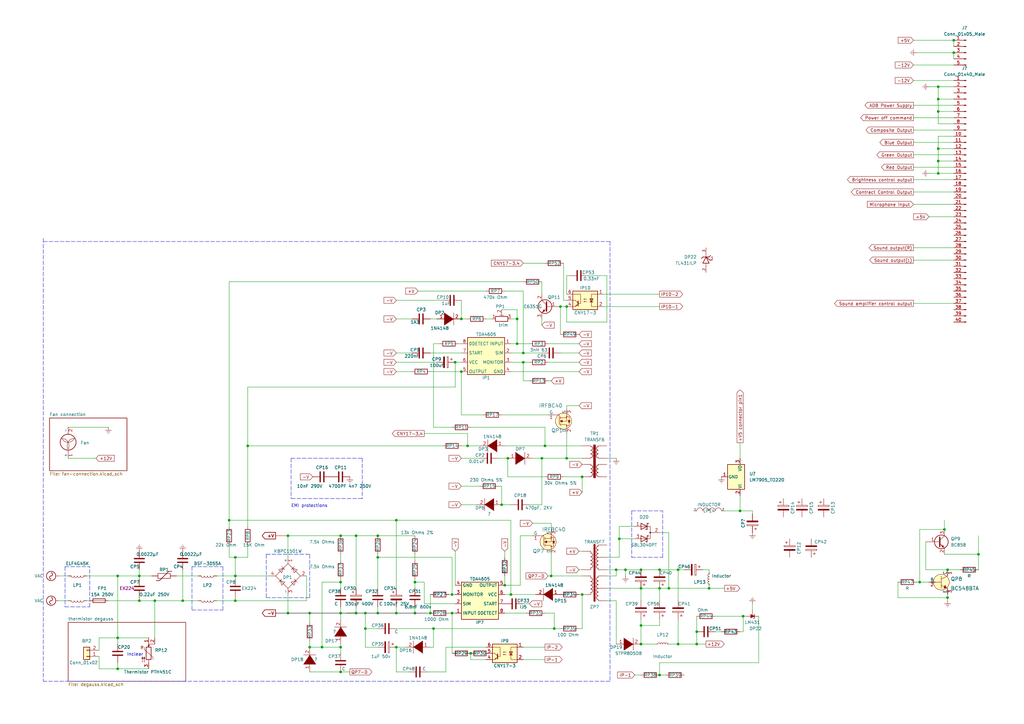
<source format=kicad_sch>
(kicad_sch (version 20211123) (generator eeschema)
  (paper "A3")
  (title_block (title "MAC Color Classic PCBF AB, 820-0360-B") (rev "beta") (company "Ironborn65"))
  (junction (at 162.56 251.46))
  (junction (at 139.7 238.76))
  (junction (at 262.89 256.54))
  (junction (at 139.7 219.71))
  (junction (at 232.41 187.96))
  (junction (at 384.81 40.64))
  (junction (at 270.51 233.68))
  (junction (at 101.6 182.88))
  (junction (at 189.23 152.4))
  (junction (at 185.42 251.46))
  (junction (at 212.09 140.97))
  (junction (at 48.26 236.22))
  (junction (at 177.8 257.81))
  (junction (at 127 265.43))
  (junction (at 274.32 241.3))
  (junction (at 388.62 245.11))
  (junction (at 256.54 233.68))
  (junction (at 214.63 148.59))
  (junction (at 149.86 257.81))
  (junction (at 205.74 207.01))
  (junction (at 176.53 251.46))
  (junction (at 285.75 264.16))
  (junction (at 63.5 246.38))
  (junction (at 139.7 275.59))
  (junction (at 139.7 265.43))
  (junction (at 290.83 241.3))
  (junction (at 254 220.98))
  (junction (at 270.51 241.3))
  (junction (at 285.75 259.08))
  (junction (at 387.35 217.17))
  (junction (at 401.32 227.33))
  (junction (at 48.26 261.62))
  (junction (at 384.81 66.04))
  (junction (at 303.53 209.55))
  (junction (at 226.06 236.22))
  (junction (at 48.26 274.32))
  (junction (at 154.94 228.6))
  (junction (at 96.52 236.22))
  (junction (at 384.81 35.56))
  (junction (at 132.08 265.43))
  (junction (at 189.23 130.81))
  (junction (at 185.42 243.84))
  (junction (at 193.04 267.97))
  (junction (at 270.51 276.86))
  (junction (at 238.76 195.58))
  (junction (at 170.18 238.76))
  (junction (at 186.69 148.59))
  (junction (at 208.28 187.96))
  (junction (at 262.89 241.3))
  (junction (at 118.11 251.46))
  (junction (at 191.77 182.88))
  (junction (at 384.81 45.72))
  (junction (at 74.93 246.38))
  (junction (at 262.89 233.68))
  (junction (at 127 251.46))
  (junction (at 162.56 265.43))
  (junction (at 214.63 144.78))
  (junction (at 146.05 251.46))
  (junction (at 149.86 251.46))
  (junction (at 154.94 219.71))
  (junction (at 93.98 213.36))
  (junction (at 170.18 251.46))
  (junction (at 154.94 251.46))
  (junction (at 118.11 219.71))
  (junction (at 227.33 257.81))
  (junction (at 238.76 243.84))
  (junction (at 209.55 243.84))
  (junction (at 57.15 246.38))
  (junction (at 57.15 236.22))
  (junction (at 278.13 264.16))
  (junction (at 278.13 233.68))
  (junction (at 262.89 264.16))
  (junction (at 162.56 213.36))
  (junction (at 207.01 240.03))
  (junction (at 252.73 233.68))
  (junction (at 377.19 238.76))
  (junction (at 388.62 233.68))
  (junction (at 232.41 125.73))
  (junction (at 96.52 228.6))
  (junction (at 212.09 130.81))
  (junction (at 384.81 71.12))
  (junction (at 223.52 182.88))
  (junction (at 139.7 251.46))
  (junction (at 391.16 21.59))
  (junction (at 391.16 16.51))
  (junction (at 384.81 60.96))
  (junction (at 146.05 219.71))
  (junction (at 229.87 125.73))
  (junction (at 222.25 187.96))
  (junction (at 96.52 246.38))
  (junction (at 304.8 252.73))
  (wire (pts (xy 254 220.98) (xy 254 228.6)))
  (wire (pts (xy 162.56 152.4) (xy 168.91 152.4)))
  (polyline (pts (xy 109.22 227.33) (xy 109.22 245.11)))
  (wire (pts (xy 379.73 222.25) (xy 379.73 233.68)))
  (wire (pts (xy 193.04 267.97) (xy 193.04 270.51)))
  (wire (pts (xy 241.3 113.03) (xy 248.92 113.03)))
  (wire (pts (xy 368.3 238.76) (xy 368.3 245.11)))
  (wire (pts (xy 27.94 187.96) (xy 39.37 187.96)))
  (polyline (pts (xy 259.08 228.6) (xy 271.78 228.6)))
  (wire (pts (xy 101.6 182.88) (xy 181.61 182.88)))
  (wire (pts (xy 262.89 256.54) (xy 262.89 264.16)))
  (wire (pts (xy 381 71.12) (xy 384.81 71.12)))
  (wire (pts (xy 189.23 152.4) (xy 189.23 170.18)))
  (wire (pts (xy 177.8 140.97) (xy 180.34 140.97)))
  (wire (pts (xy 154.94 251.46) (xy 162.56 251.46)) (stroke (width 0) (color 0 0 0 1)))
  (wire (pts (xy 162.56 130.81) (xy 168.91 130.81)))
  (wire (pts (xy 218.44 219.71) (xy 213.36 219.71)))
  (wire (pts (xy 229.87 125.73) (xy 229.87 137.16)))
  (polyline (pts (xy 259.08 209.55) (xy 259.08 228.6)))
  (wire (pts (xy 248.92 187.96) (xy 252.73 187.96)))
  (wire (pts (xy 162.56 148.59) (xy 179.07 148.59)))
  (polyline (pts (xy 271.78 228.6) (xy 271.78 209.55)))
  (polyline (pts (xy 17.78 97.79) (xy 17.78 279.4)))
  (wire (pts (xy 125.73 236.22) (xy 125.73 246.38)))
  (wire (pts (xy 185.42 251.46) (xy 185.42 267.97)))
  (wire (pts (xy 215.9 251.46) (xy 207.01 251.46)))
  (wire (pts (xy 260.35 276.86) (xy 262.89 276.86)))
  (wire (pts (xy 224.79 236.22) (xy 226.06 236.22)))
  (wire (pts (xy 170.18 238.76) (xy 170.18 241.3)))
  (wire (pts (xy 252.73 233.68) (xy 248.92 233.68)))
  (wire (pts (xy 154.94 251.46) (xy 149.86 251.46)) (stroke (width 0) (color 0 0 0 1)))
  (wire (pts (xy 238.76 201.93) (xy 238.76 195.58)))
  (wire (pts (xy 384.81 60.96) (xy 384.81 66.04)))
  (wire (pts (xy 173.99 177.8) (xy 191.77 177.8)))
  (wire (pts (xy 189.23 199.39) (xy 196.85 199.39)))
  (wire (pts (xy 125.73 246.38) (xy 96.52 246.38)))
  (wire (pts (xy 93.98 213.36) (xy 162.56 213.36)))
  (wire (pts (xy 217.17 207.01) (xy 222.25 207.01)))
  (wire (pts (xy 44.45 246.38) (xy 57.15 246.38)))
  (wire (pts (xy 374.65 106.68) (xy 391.16 106.68)))
  (wire (pts (xy 209.55 140.97) (xy 212.09 140.97)))
  (wire (pts (xy 207.01 226.06) (xy 207.01 228.6)))
  (polyline (pts (xy 109.22 227.33) (xy 127 227.33)))
  (wire (pts (xy 384.81 55.88) (xy 384.81 60.96)))
  (wire (pts (xy 176.53 265.43) (xy 177.8 265.43)))
  (wire (pts (xy 262.89 256.54) (xy 262.89 254)))
  (wire (pts (xy 232.41 125.73) (xy 232.41 132.08)))
  (wire (pts (xy 212.09 127) (xy 212.09 130.81)))
  (wire (pts (xy 269.24 264.16) (xy 262.89 264.16)))
  (wire (pts (xy 113.03 219.71) (xy 118.11 219.71)) (stroke (width 0) (color 194 0 0 1)))
  (wire (pts (xy 48.26 236.22) (xy 48.26 261.62)))
  (wire (pts (xy 146.05 248.92) (xy 146.05 251.46)))
  (wire (pts (xy 185.42 251.46) (xy 186.69 251.46)))
  (wire (pts (xy 232.41 113.03) (xy 232.41 120.65)))
  (wire (pts (xy 218.44 214.63) (xy 226.06 214.63)))
  (wire (pts (xy 308.61 210.82) (xy 308.61 209.55)))
  (wire (pts (xy 229.87 125.73) (xy 232.41 125.73)))
  (wire (pts (xy 374.65 68.58) (xy 391.16 68.58)))
  (wire (pts (xy 226.06 236.22) (xy 238.76 236.22)))
  (wire (pts (xy 185.42 243.84) (xy 186.69 243.84)))
  (wire (pts (xy 146.05 219.71) (xy 154.94 219.71)))
  (wire (pts (xy 295.91 259.08) (xy 293.37 259.08)))
  (wire (pts (xy 290.83 240.03) (xy 290.83 241.3)))
  (wire (pts (xy 237.49 226.06) (xy 238.76 226.06)))
  (wire (pts (xy 401.32 227.33) (xy 401.32 233.68)))
  (wire (pts (xy 139.7 275.59) (xy 143.51 275.59)))
  (wire (pts (xy 185.42 228.6) (xy 185.42 243.84)))
  (wire (pts (xy 207.01 236.22) (xy 207.01 240.03)))
  (wire (pts (xy 297.18 209.55) (xy 303.53 209.55)))
  (wire (pts (xy 35.56 236.22) (xy 48.26 236.22)))
  (wire (pts (xy 293.37 252.73) (xy 304.8 252.73)))
  (wire (pts (xy 374.65 63.5) (xy 391.16 63.5)))
  (wire (pts (xy 391.16 55.88) (xy 384.81 55.88)))
  (wire (pts (xy 139.7 238.76) (xy 132.08 238.76)))
  (wire (pts (xy 184.15 251.46) (xy 185.42 251.46)))
  (wire (pts (xy 93.98 223.52) (xy 93.98 228.6)))
  (wire (pts (xy 162.56 213.36) (xy 162.56 241.3)))
  (wire (pts (xy 223.52 195.58) (xy 208.28 195.58)))
  (wire (pts (xy 391.16 21.59) (xy 391.16 24.13)))
  (wire (pts (xy 278.13 254) (xy 278.13 264.16)))
  (wire (pts (xy 139.7 251.46) (xy 146.05 251.46)) (stroke (width 0) (color 0 0 0 1)))
  (wire (pts (xy 232.41 132.08) (xy 248.92 132.08)))
  (wire (pts (xy 232.41 166.37) (xy 237.49 166.37)))
  (wire (pts (xy 391.16 50.8) (xy 384.81 50.8)))
  (polyline (pts (xy 119.38 187.96) (xy 119.38 204.47)))
  (wire (pts (xy 224.79 148.59) (xy 237.49 148.59)))
  (polyline (pts (xy 148.59 187.96) (xy 148.59 204.47)))
  (wire (pts (xy 177.8 257.81) (xy 177.8 265.43)))
  (wire (pts (xy 127 275.59) (xy 139.7 275.59)))
  (wire (pts (xy 248.92 113.03) (xy 248.92 132.08)))
  (wire (pts (xy 139.7 219.71) (xy 146.05 219.71)))
  (wire (pts (xy 127 251.46) (xy 127 255.27)))
  (wire (pts (xy 171.45 119.38) (xy 199.39 119.38)))
  (wire (pts (xy 191.77 177.8) (xy 191.77 182.88)))
  (polyline (pts (xy 26.67 232.41) (xy 26.67 248.92)))
  (wire (pts (xy 191.77 182.88) (xy 196.85 182.88)))
  (wire (pts (xy 48.26 261.62) (xy 48.26 264.16)))
  (wire (pts (xy 154.94 248.92) (xy 154.94 251.46)))
  (wire (pts (xy 377.19 238.76) (xy 377.19 217.17)))
  (wire (pts (xy 384.81 66.04) (xy 391.16 66.04)))
  (wire (pts (xy 214.63 144.78) (xy 222.25 144.78)))
  (wire (pts (xy 176.53 144.78) (xy 189.23 144.78)))
  (wire (pts (xy 207.01 119.38) (xy 214.63 119.38)))
  (polyline (pts (xy 109.22 245.11) (xy 127 245.11)))
  (wire (pts (xy 57.15 236.22) (xy 62.23 236.22)))
  (wire (pts (xy 24.13 246.38) (xy 27.94 246.38)))
  (wire (pts (xy 189.23 123.19) (xy 189.23 130.81)))
  (polyline (pts (xy 17.78 99.06) (xy 250.19 99.06)))
  (wire (pts (xy 231.14 123.19) (xy 232.41 123.19)))
  (wire (pts (xy 176.53 243.84) (xy 176.53 251.46)))
  (wire (pts (xy 379.73 233.68) (xy 388.62 233.68)))
  (wire (pts (xy 212.09 140.97) (xy 217.17 140.97)))
  (wire (pts (xy 262.89 241.3) (xy 262.89 246.38)))
  (wire (pts (xy 186.69 148.59) (xy 186.69 158.75)))
  (wire (pts (xy 177.8 140.97) (xy 177.8 175.26)))
  (wire (pts (xy 127 265.43) (xy 132.08 265.43)))
  (wire (pts (xy 96.52 228.6) (xy 96.52 236.22)))
  (wire (pts (xy 57.15 236.22) (xy 57.15 237.49)))
  (wire (pts (xy 270.51 125.73) (xy 247.65 125.73)))
  (wire (pts (xy 176.53 152.4) (xy 189.23 152.4)))
  (wire (pts (xy 226.06 227.33) (xy 226.06 236.22)))
  (wire (pts (xy 381 35.56) (xy 384.81 35.56)))
  (wire (pts (xy 214.63 107.95) (xy 223.52 107.95)))
  (wire (pts (xy 173.99 247.65) (xy 186.69 247.65)))
  (wire (pts (xy 290.83 241.3) (xy 297.18 241.3)))
  (wire (pts (xy 48.26 261.62) (xy 60.96 261.62)))
  (polyline (pts (xy 148.59 204.47) (xy 119.38 204.47)))
  (wire (pts (xy 205.74 207.01) (xy 209.55 207.01)))
  (wire (pts (xy 217.17 156.21) (xy 214.63 156.21)))
  (wire (pts (xy 40.64 261.62) (xy 48.26 261.62)))
  (wire (pts (xy 118.11 251.46) (xy 113.03 251.46)) (stroke (width 0) (color 0 0 0 1)))
  (wire (pts (xy 213.36 219.71) (xy 213.36 240.03)))
  (wire (pts (xy 384.81 40.64) (xy 384.81 45.72)))
  (wire (pts (xy 387.35 227.33) (xy 401.32 227.33)))
  (wire (pts (xy 374.65 58.42) (xy 391.16 58.42)))
  (wire (pts (xy 139.7 229.87) (xy 139.7 227.33)))
  (wire (pts (xy 270.51 276.86) (xy 273.05 276.86)))
  (wire (pts (xy 88.9 236.22) (xy 96.52 236.22)))
  (wire (pts (xy 162.56 251.46) (xy 170.18 251.46)) (stroke (width 0) (color 0 0 0 1)))
  (wire (pts (xy 270.51 271.78) (xy 270.51 276.86)))
  (wire (pts (xy 252.73 246.38) (xy 252.73 264.16)))
  (wire (pts (xy 57.15 233.68) (xy 57.15 236.22)))
  (wire (pts (xy 199.39 265.43) (xy 182.88 265.43)))
  (wire (pts (xy 177.8 257.81) (xy 227.33 257.81)))
  (wire (pts (xy 139.7 251.46) (xy 139.7 254)))
  (wire (pts (xy 96.52 236.22) (xy 96.52 237.49)))
  (wire (pts (xy 387.35 213.36) (xy 387.35 217.17)))
  (wire (pts (xy 304.8 259.08) (xy 303.53 259.08)))
  (wire (pts (xy 198.12 170.18) (xy 189.23 170.18)))
  (wire (pts (xy 274.32 218.44) (xy 274.32 241.3)))
  (wire (pts (xy 285.75 259.08) (xy 285.75 264.16)))
  (wire (pts (xy 101.6 223.52) (xy 101.6 228.6)))
  (wire (pts (xy 262.89 256.54) (xy 270.51 256.54)))
  (wire (pts (xy 375.92 21.59) (xy 391.16 21.59)))
  (wire (pts (xy 388.62 233.68) (xy 393.7 233.68)))
  (wire (pts (xy 170.18 219.71) (xy 154.94 219.71)))
  (wire (pts (xy 254 215.9) (xy 260.35 215.9)))
  (wire (pts (xy 146.05 251.46) (xy 142.24 251.46)))
  (wire (pts (xy 377.19 217.17) (xy 387.35 217.17)))
  (wire (pts (xy 170.18 227.33) (xy 170.18 229.87)))
  (wire (pts (xy 154.94 228.6) (xy 185.42 228.6)))
  (wire (pts (xy 162.56 265.43) (xy 162.56 275.59)))
  (wire (pts (xy 384.81 40.64) (xy 391.16 40.64)))
  (wire (pts (xy 231.14 195.58) (xy 238.76 195.58)))
  (wire (pts (xy 374.65 101.6) (xy 391.16 101.6)))
  (wire (pts (xy 96.52 236.22) (xy 110.49 236.22)))
  (wire (pts (xy 170.18 251.46) (xy 175.26 251.46)) (stroke (width 0) (color 0 0 0 1)))
  (wire (pts (xy 154.94 227.33) (xy 154.94 228.6)))
  (wire (pts (xy 57.15 246.38) (xy 63.5 246.38)))
  (wire (pts (xy 303.53 203.2) (xy 303.53 209.55)))
  (wire (pts (xy 303.53 181.61) (xy 303.53 187.96)))
  (wire (pts (xy 374.65 78.74) (xy 391.16 78.74)))
  (wire (pts (xy 149.86 251.46) (xy 149.86 257.81)))
  (wire (pts (xy 290.83 233.68) (xy 290.83 234.95)))
  (wire (pts (xy 278.13 233.68) (xy 280.67 233.68)))
  (wire (pts (xy 170.18 248.92) (xy 170.18 251.46)))
  (wire (pts (xy 374.65 43.18) (xy 391.16 43.18)))
  (wire (pts (xy 193.04 175.26) (xy 223.52 175.26)))
  (wire (pts (xy 218.44 187.96) (xy 222.25 187.96)))
  (wire (pts (xy 72.39 236.22) (xy 81.28 236.22)))
  (wire (pts (xy 222.25 120.65) (xy 222.25 115.57)))
  (wire (pts (xy 209.55 243.84) (xy 219.71 243.84)))
  (wire (pts (xy 48.26 274.32) (xy 48.26 271.78)))
  (wire (pts (xy 209.55 144.78) (xy 214.63 144.78)))
  (wire (pts (xy 229.87 144.78) (xy 237.49 144.78)))
  (wire (pts (xy 189.23 182.88) (xy 191.77 182.88)))
  (wire (pts (xy 127 262.89) (xy 127 265.43)))
  (wire (pts (xy 214.63 265.43) (xy 223.52 265.43)))
  (wire (pts (xy 288.29 233.68) (xy 290.83 233.68)))
  (wire (pts (xy 388.62 246.38) (xy 388.62 245.11)))
  (wire (pts (xy 270.51 218.44) (xy 274.32 218.44)))
  (wire (pts (xy 304.8 252.73) (xy 304.8 259.08)))
  (polyline (pts (xy 91.44 250.19) (xy 91.44 232.41)))
  (wire (pts (xy 214.63 148.59) (xy 214.63 156.21)))
  (wire (pts (xy 193.04 270.51) (xy 199.39 270.51)))
  (wire (pts (xy 224.79 140.97) (xy 237.49 140.97)))
  (wire (pts (xy 166.37 265.43) (xy 162.56 265.43)))
  (wire (pts (xy 162.56 213.36) (xy 209.55 213.36)))
  (wire (pts (xy 374.65 53.34) (xy 391.16 53.34)))
  (wire (pts (xy 308.61 247.65) (xy 308.61 250.19)))
  (wire (pts (xy 118.11 219.71) (xy 118.11 228.6)))
  (wire (pts (xy 233.68 113.03) (xy 232.41 113.03)))
  (wire (pts (xy 237.49 243.84) (xy 238.76 243.84)))
  (wire (pts (xy 374.65 33.02) (xy 391.16 33.02)))
  (polyline (pts (xy 78.74 250.19) (xy 91.44 250.19)))
  (wire (pts (xy 270.51 241.3) (xy 270.51 246.38)))
  (wire (pts (xy 375.92 238.76) (xy 377.19 238.76)))
  (wire (pts (xy 149.86 257.81) (xy 149.86 265.43)))
  (wire (pts (xy 252.73 236.22) (xy 248.92 236.22)))
  (wire (pts (xy 101.6 158.75) (xy 186.69 158.75)))
  (wire (pts (xy 401.32 219.71) (xy 401.32 227.33)))
  (polyline (pts (xy 250.19 279.4) (xy 17.78 279.4)))
  (wire (pts (xy 254 220.98) (xy 260.35 220.98)))
  (wire (pts (xy 74.93 246.38) (xy 81.28 246.38)))
  (wire (pts (xy 252.73 233.68) (xy 256.54 233.68)))
  (wire (pts (xy 252.73 246.38) (xy 248.92 246.38)))
  (wire (pts (xy 224.79 156.21) (xy 226.06 156.21)))
  (wire (pts (xy 391.16 60.96) (xy 384.81 60.96)))
  (wire (pts (xy 205.74 199.39) (xy 205.74 207.01)))
  (wire (pts (xy 374.65 48.26) (xy 391.16 48.26)))
  (wire (pts (xy 274.32 264.16) (xy 278.13 264.16)))
  (wire (pts (xy 101.6 158.75) (xy 101.6 182.88)))
  (wire (pts (xy 231.14 107.95) (xy 231.14 123.19)))
  (wire (pts (xy 212.09 130.81) (xy 212.09 140.97)))
  (wire (pts (xy 381 88.9) (xy 391.16 88.9)))
  (wire (pts (xy 205.74 170.18) (xy 224.79 170.18)))
  (wire (pts (xy 93.98 228.6) (xy 96.52 228.6)))
  (wire (pts (xy 57.15 245.11) (xy 57.15 246.38)))
  (wire (pts (xy 93.98 115.57) (xy 214.63 115.57)))
  (polyline (pts (xy 36.83 248.92) (xy 36.83 232.41)))
  (wire (pts (xy 303.53 209.55) (xy 308.61 209.55)))
  (wire (pts (xy 118.11 219.71) (xy 139.7 219.71)))
  (wire (pts (xy 374.65 26.67) (xy 391.16 26.67)))
  (wire (pts (xy 262.89 233.68) (xy 270.51 233.68)))
  (wire (pts (xy 118.11 251.46) (xy 127 251.46)) (stroke (width 0) (color 0 0 0 1)))
  (wire (pts (xy 170.18 238.76) (xy 173.99 238.76)))
  (wire (pts (xy 374.65 83.82) (xy 391.16 83.82)))
  (wire (pts (xy 214.63 247.65) (xy 217.17 247.65)))
  (wire (pts (xy 214.63 270.51) (xy 223.52 270.51)))
  (wire (pts (xy 391.16 71.12) (xy 384.81 71.12)))
  (wire (pts (xy 285.75 264.16) (xy 289.56 264.16)))
  (wire (pts (xy 256.54 236.22) (xy 256.54 233.68)))
  (wire (pts (xy 227.33 257.81) (xy 229.87 257.81)))
  (wire (pts (xy 207.01 243.84) (xy 209.55 243.84)))
  (wire (pts (xy 214.63 148.59) (xy 209.55 148.59)))
  (wire (pts (xy 391.16 45.72) (xy 384.81 45.72)))
  (wire (pts (xy 132.08 265.43) (xy 139.7 265.43)))
  (wire (pts (xy 139.7 248.92) (xy 139.7 251.46)))
  (wire (pts (xy 232.41 177.8) (xy 232.41 187.96)))
  (wire (pts (xy 139.7 267.97) (xy 139.7 265.43)))
  (wire (pts (xy 146.05 241.3) (xy 146.05 219.71)))
  (wire (pts (xy 93.98 115.57) (xy 93.98 213.36)))
  (wire (pts (xy 214.63 144.78) (xy 214.63 119.38)))
  (wire (pts (xy 222.25 130.81) (xy 222.25 133.35)))
  (wire (pts (xy 63.5 246.38) (xy 74.93 246.38)))
  (wire (pts (xy 311.15 252.73) (xy 311.15 271.78)))
  (wire (pts (xy 167.64 275.59) (xy 162.56 275.59)))
  (wire (pts (xy 189.23 187.96) (xy 196.85 187.96)))
  (wire (pts (xy 304.8 252.73) (xy 306.07 252.73)))
  (wire (pts (xy 154.94 265.43) (xy 149.86 265.43)))
  (wire (pts (xy 262.89 241.3) (xy 270.51 241.3)))
  (wire (pts (xy 189.23 130.81) (xy 191.77 130.81)))
  (wire (pts (xy 270.51 256.54) (xy 270.51 254)))
  (wire (pts (xy 186.69 148.59) (xy 189.23 148.59)))
  (wire (pts (xy 237.49 233.68) (xy 238.76 233.68)))
  (wire (pts (xy 40.64 269.24) (xy 40.64 274.32)))
  (wire (pts (xy 256.54 233.68) (xy 262.89 233.68)))
  (wire (pts (xy 146.05 251.46) (xy 149.86 251.46)) (stroke (width 0) (color 0 0 0 1)))
  (wire (pts (xy 24.13 236.22) (xy 27.94 236.22)))
  (wire (pts (xy 88.9 246.38) (xy 96.52 246.38)))
  (wire (pts (xy 209.55 213.36) (xy 209.55 243.84)))
  (wire (pts (xy 208.28 195.58) (xy 208.28 187.96)))
  (wire (pts (xy 40.64 274.32) (xy 48.26 274.32)))
  (wire (pts (xy 254 215.9) (xy 254 220.98)))
  (wire (pts (xy 182.88 265.43) (xy 182.88 275.59)))
  (wire (pts (xy 285.75 252.73) (xy 285.75 259.08)))
  (wire (pts (xy 186.69 226.06) (xy 186.69 240.03)))
  (wire (pts (xy 132.08 238.76) (xy 132.08 265.43)))
  (wire (pts (xy 204.47 199.39) (xy 205.74 199.39)))
  (wire (pts (xy 209.55 152.4) (xy 237.49 152.4)))
  (wire (pts (xy 238.76 243.84) (xy 238.76 257.81)))
  (wire (pts (xy 127 251.46) (xy 139.7 251.46)) (stroke (width 0) (color 0 0 0 1)))
  (polyline (pts (xy 119.38 187.96) (xy 148.59 187.96)))
  (wire (pts (xy 175.26 275.59) (xy 182.88 275.59)))
  (wire (pts (xy 223.52 182.88) (xy 238.76 182.88)))
  (wire (pts (xy 162.56 123.19) (xy 181.61 123.19)))
  (polyline (pts (xy 78.74 232.41) (xy 91.44 232.41)))
  (wire (pts (xy 227.33 251.46) (xy 223.52 251.46)))
  (wire (pts (xy 384.81 35.56) (xy 384.81 40.64)))
  (wire (pts (xy 212.09 130.81) (xy 209.55 130.81)))
  (polyline (pts (xy 127 245.11) (xy 127 227.33)))
  (wire (pts (xy 176.53 130.81) (xy 179.07 130.81)))
  (wire (pts (xy 278.13 264.16) (xy 285.75 264.16)))
  (wire (pts (xy 391.16 16.51) (xy 391.16 19.05)))
  (wire (pts (xy 388.62 245.11) (xy 388.62 243.84)))
  (wire (pts (xy 176.53 251.46) (xy 175.26 251.46)))
  (wire (pts (xy 222.25 187.96) (xy 222.25 207.01)))
  (polyline (pts (xy 26.67 232.41) (xy 36.83 232.41)))
  (wire (pts (xy 96.52 228.6) (xy 101.6 228.6)))
  (wire (pts (xy 237.49 257.81) (xy 238.76 257.81)))
  (wire (pts (xy 139.7 264.16) (xy 139.7 265.43)))
  (wire (pts (xy 177.8 175.26) (xy 185.42 175.26)))
  (wire (pts (xy 270.51 233.68) (xy 278.13 233.68)))
  (wire (pts (xy 374.65 124.46) (xy 391.16 124.46)))
  (wire (pts (xy 101.6 182.88) (xy 101.6 215.9)))
  (wire (pts (xy 248.92 228.6) (xy 254 228.6)))
  (wire (pts (xy 48.26 274.32) (xy 60.96 274.32)))
  (wire (pts (xy 205.74 127) (xy 212.09 127)))
  (wire (pts (xy 96.52 245.11) (xy 96.52 246.38)))
  (wire (pts (xy 384.81 45.72) (xy 384.81 50.8)))
  (wire (pts (xy 63.5 246.38) (xy 63.5 261.62)))
  (polyline (pts (xy 259.08 209.55) (xy 271.78 209.55)))
  (wire (pts (xy 162.56 144.78) (xy 168.91 144.78)))
  (wire (pts (xy 154.94 228.6) (xy 154.94 241.3)))
  (wire (pts (xy 184.15 243.84) (xy 185.42 243.84)))
  (wire (pts (xy 232.41 167.64) (xy 232.41 166.37)))
  (wire (pts (xy 248.92 241.3) (xy 262.89 241.3)))
  (wire (pts (xy 377.19 238.76) (xy 381 238.76)))
  (wire (pts (xy 227.33 251.46) (xy 227.33 257.81)))
  (wire (pts (xy 139.7 237.49) (xy 139.7 238.76)))
  (wire (pts (xy 274.32 241.3) (xy 290.83 241.3)))
  (wire (pts (xy 170.18 237.49) (xy 170.18 238.76)))
  (polyline (pts (xy 78.74 232.41) (xy 78.74 250.19)))
  (wire (pts (xy 374.65 16.51) (xy 391.16 16.51)))
  (wire (pts (xy 252.73 233.68) (xy 252.73 236.22)))
  (wire (pts (xy 223.52 175.26) (xy 223.52 182.88)))
  (wire (pts (xy 154.94 257.81) (xy 149.86 257.81)))
  (wire (pts (xy 368.3 245.11) (xy 388.62 245.11)))
  (wire (pts (xy 189.23 207.01) (xy 195.58 207.01)))
  (polyline (pts (xy 250.19 99.06) (xy 250.19 279.4)))
  (wire (pts (xy 374.65 73.66) (xy 391.16 73.66)))
  (wire (pts (xy 139.7 241.3) (xy 139.7 238.76)))
  (wire (pts (xy 187.96 140.97) (xy 189.23 140.97)))
  (wire (pts (xy 93.98 215.9) (xy 93.98 213.36)))
  (wire (pts (xy 270.51 241.3) (xy 274.32 241.3)))
  (wire (pts (xy 48.26 236.22) (xy 57.15 236.22)))
  (wire (pts (xy 200.66 267.97) (xy 199.39 267.97)))
  (wire (pts (xy 74.93 233.68) (xy 74.93 246.38)))
  (wire (pts (xy 35.56 246.38) (xy 36.83 246.38)))
  (wire (pts (xy 311.15 271.78) (xy 270.51 271.78)))
  (wire (pts (xy 40.64 266.7) (xy 40.64 261.62)))
  (wire (pts (xy 162.56 257.81) (xy 177.8 257.81)))
  (wire (pts (xy 173.99 247.65) (xy 173.99 238.76)))
  (wire (pts (xy 217.17 148.59) (xy 214.63 148.59)))
  (wire (pts (xy 391.16 35.56) (xy 384.81 35.56)))
  (wire (pts (xy 162.56 248.92) (xy 162.56 251.46)))
  (wire (pts (xy 204.47 187.96) (xy 208.28 187.96)))
  (wire (pts (xy 207.01 182.88) (xy 223.52 182.88)))
  (wire (pts (xy 270.51 120.65) (xy 247.65 120.65)))
  (wire (pts (xy 27.94 175.26) (xy 44.45 175.26)))
  (wire (pts (xy 222.25 187.96) (xy 232.41 187.96)))
  (wire (pts (xy 278.13 246.38) (xy 278.13 233.68)))
  (wire (pts (xy 118.11 243.84) (xy 118.11 251.46)))
  (wire (pts (xy 207.01 240.03) (xy 213.36 240.03)))
  (wire (pts (xy 384.81 66.04) (xy 384.81 71.12)))
  (wire (pts (xy 199.39 130.81) (xy 201.93 130.81)))
  (wire (pts (xy 226.06 214.63) (xy 226.06 217.17)))
  (wire (pts (xy 232.41 187.96) (xy 238.76 187.96)))
  (polyline (pts (xy 26.67 248.92) (xy 36.83 248.92)))
  (text "Inclear" (at 52.07 269.24 0) (effects (font (size 1.27 1.27)) (justify left bottom)))
  (text "EMI protections" (at 119.38 208.28 0) (effects (font (size 1.27 1.27)) (justify left bottom)))
  (global_label "-V" (shape input) (at 162.56 152.4 180) (property "Intersheet References" "${INTERSHEET_REFS}" (effects hide)))
  (global_label "-V" (shape input) (at 162.56 123.19 180) (property "Intersheet References" "${INTERSHEET_REFS}" (effects hide)))
  (global_label "ADB Power Supply" (shape output) (at 374.65 43.18 180) (property "Intersheet References" "${INTERSHEET_REFS}" (effects hide)))
  (global_label "+V" (shape input) (at 237.49 226.06 180) (property "Intersheet References" "${INTERSHEET_REFS}" (effects hide)))
  (global_label "IP-1" (shape output) (at 223.52 270.51 0) (property "Intersheet References" "${INTERSHEET_REFS}" (effects hide)))
  (global_label "Blue Output" (shape output) (at 374.65 58.42 180) (property "Intersheet References" "${INTERSHEET_REFS}" (effects hide)))
  (global_label "QP7-D" (shape input) (at 224.79 236.22 180) (property "Intersheet References" "${INTERSHEET_REFS}" (effects hide)))
  (global_label "IP-2" (shape output) (at 223.52 265.43 0) (property "Intersheet References" "${INTERSHEET_REFS}" (effects hide)))
  (global_label "QP7-D" (shape output) (at 143.51 275.59 0) (property "Intersheet References" "${INTERSHEET_REFS}" (effects hide)))
  (global_label "-V" (shape input) (at 162.56 144.78 180) (property "Intersheet References" "${INTERSHEET_REFS}" (effects hide)))
  (global_label "+V" (shape input) (at 171.45 119.38 180) (property "Intersheet References" "${INTERSHEET_REFS}" (effects hide)))
  (global_label "+12V" (shape output) (at 289.56 264.16 0) (property "Intersheet References" "${INTERSHEET_REFS}" (effects hide)))
  (global_label "-V" (shape input) (at 186.69 226.06 90) (property "Intersheet References" "${INTERSHEET_REFS}" (effects hide)))
  (global_label "Sound output(L)" (shape output) (at 374.65 106.68 180) (property "Intersheet References" "${INTERSHEET_REFS}" (effects hide)))
  (global_label "Power off command" (shape output) (at 374.65 48.26 180) (property "Intersheet References" "${INTERSHEET_REFS}" (effects hide)))
  (global_label "-V" (shape input) (at 237.49 166.37 0) (property "Intersheet References" "${INTERSHEET_REFS}" (effects hide)))
  (global_label "-V" (shape input) (at 218.44 214.63 180) (property "Intersheet References" "${INTERSHEET_REFS}" (effects hide)))
  (global_label "-V" (shape input) (at 207.01 226.06 90) (property "Intersheet References" "${INTERSHEET_REFS}" (effects hide)))
  (global_label "Composite Output" (shape output) (at 374.65 53.34 180) (property "Intersheet References" "${INTERSHEET_REFS}" (effects hide)))
  (global_label "CNY17-3.4" (shape output) (at 173.99 177.8 180) (property "Intersheet References" "${INTERSHEET_REFS}" (effects hide)))
  (global_label "-V" (shape output) (at 113.03 251.46 180) (effects (font (thickness 0.254) bold)) (property "Intersheet References" "${INTERSHEET_REFS}" (effects hide)))
  (global_label "IP-1" (shape input) (at 260.35 276.86 180) (property "Intersheet References" "${INTERSHEET_REFS}" (effects hide)))
  (global_label "-V" (shape input) (at 222.25 133.35 0) (property "Intersheet References" "${INTERSHEET_REFS}" (effects hide)))
  (global_label "-V" (shape input) (at 189.23 207.01 180) (property "Intersheet References" "${INTERSHEET_REFS}" (effects hide)))
  (global_label "Brightness control output" (shape output) (at 374.65 73.66 180) (property "Intersheet References" "${INTERSHEET_REFS}" (effects hide)))
  (global_label "+V" (shape input) (at 226.06 156.21 0) (property "Intersheet References" "${INTERSHEET_REFS}" (effects hide)))
  (global_label "-V" (shape input) (at 162.56 130.81 180) (property "Intersheet References" "${INTERSHEET_REFS}" (effects hide)))
  (global_label "Microphone input" (shape input) (at 374.65 83.82 180) (property "Intersheet References" "${INTERSHEET_REFS}" (effects hide)))
  (global_label "+5V" (shape output) (at 297.18 241.3 0) (property "Intersheet References" "${INTERSHEET_REFS}" (effects hide)))
  (global_label "CNY17-3.4" (shape input) (at 214.63 107.95 180) (property "Intersheet References" "${INTERSHEET_REFS}" (effects hide)))
  (global_label "-V" (shape input) (at 238.76 190.5 180) (property "Intersheet References" "${INTERSHEET_REFS}" (effects hide)))
  (global_label "Sound amplifier control output" (shape output) (at 374.65 124.46 180) (property "Intersheet References" "${INTERSHEET_REFS}" (effects hide)))
  (global_label "-V" (shape input) (at 237.49 233.68 180) (property "Intersheet References" "${INTERSHEET_REFS}" (effects hide)))
  (global_label "-V" (shape input) (at 128.27 195.58 180) (property "Intersheet References" "${INTERSHEET_REFS}" (effects hide)))
  (global_label "-V" (shape input) (at 217.17 247.65 0) (property "Intersheet References" "${INTERSHEET_REFS}" (effects hide)))
  (global_label "+V5 connector pin1" (shape output) (at 303.53 181.61 90) (property "Intersheet References" "${INTERSHEET_REFS}" (effects hide)))
  (global_label "Green Output" (shape output) (at 374.65 63.5 180) (property "Intersheet References" "${INTERSHEET_REFS}" (effects hide)))
  (global_label "IP10-1" (shape output) (at 270.51 125.73 0) (property "Intersheet References" "${INTERSHEET_REFS}" (effects hide)))
  (global_label "+12V" (shape input) (at 39.37 187.96 0) (property "Intersheet References" "${INTERSHEET_REFS}" (effects hide)))
  (global_label "-V" (shape input) (at 237.49 152.4 0) (property "Intersheet References" "${INTERSHEET_REFS}" (effects hide)))
  (global_label "Contract Control Output" (shape output) (at 374.65 78.74 180) (property "Intersheet References" "${INTERSHEET_REFS}" (effects hide)))
  (global_label "+5V" (shape input) (at 381 88.9 180) (property "Intersheet References" "${INTERSHEET_REFS}" (effects hide)))
  (global_label "+V" (shape input) (at 238.76 201.93 180) (property "Intersheet References" "${INTERSHEET_REFS}" (effects hide)))
  (global_label "-V" (shape input) (at 237.49 137.16 0) (property "Intersheet References" "${INTERSHEET_REFS}" (effects hide)))
  (global_label "+V" (shape output) (at 113.03 219.71 180) (effects (font (thickness 0.254) bold)) (property "Intersheet References" "${INTERSHEET_REFS}" (effects hide)))
  (global_label "Red Output" (shape output) (at 374.65 68.58 180) (property "Intersheet References" "${INTERSHEET_REFS}" (effects hide)))
  (global_label "-V" (shape input) (at 189.23 187.96 180) (property "Intersheet References" "${INTERSHEET_REFS}" (effects hide)))
  (global_label "-V" (shape input) (at 237.49 148.59 0) (property "Intersheet References" "${INTERSHEET_REFS}" (effects hide)))
  (global_label "-V" (shape input) (at 237.49 144.78 0) (property "Intersheet References" "${INTERSHEET_REFS}" (effects hide)))
  (global_label "IP10-2" (shape output) (at 270.51 120.65 0) (property "Intersheet References" "${INTERSHEET_REFS}" (effects hide)))
  (global_label "-12V" (shape input) (at 374.65 33.02 180) (property "Intersheet References" "${INTERSHEET_REFS}" (effects hide)))
  (global_label "-V" (shape input) (at 237.49 140.97 0) (property "Intersheet References" "${INTERSHEET_REFS}" (effects hide)))
  (global_label "-V" (shape input) (at 189.23 199.39 180) (property "Intersheet References" "${INTERSHEET_REFS}" (effects hide)))
  (global_label "-12V" (shape input) (at 374.65 26.67 180) (property "Intersheet References" "${INTERSHEET_REFS}" (effects hide)))
  (global_label "Sound output(R)" (shape output) (at 374.65 101.6 180) (property "Intersheet References" "${INTERSHEET_REFS}" (effects hide)))
  (global_label "+5V" (shape input) (at 374.65 16.51 180) (property "Intersheet References" "${INTERSHEET_REFS}" (effects hide)))
  (global_label "-V" (shape input) (at 162.56 148.59 180) (property "Intersheet References" "${INTERSHEET_REFS}" (effects hide)))
  (symbol (lib_id "power:Earth") (at 74.93 226.06 180) (unit 1)
    (property "Reference" "#PWR0105" (effects hide))
    (property "Value" "Earth" (effects hide))
  )
  (symbol (lib_id "Device:R") (at 233.68 257.81 90) (unit 1)
    (property "Reference" "RP35" (at 236.22 257.81 90) (effects (justify left)))
    (property "Value" "100 Ohm" (at 237.49 260.35 90) (effects (justify left)))
  )
  (symbol (lib_id "Device:C") (at 172.72 144.78 270) (unit 1)
    (property "Reference" "CP1" (at 170.18 143.51 90))
    (property "Value" "220nF" (at 168.91 146.05 90))
    (property "Field4" "IJ5" (effects hide))
  )
  (symbol (lib_id "Device:C_Polarized") (at 328.93 208.28 0) (unit 1)
    (property "Reference" "CP15" (at 332.74 208.28 90))
    (property "Value" "C_Polarized" (effects hide))
  )
  (symbol (lib_id "Device:R") (at 220.98 156.21 270) (unit 1)
    (property "Reference" "RP13" (at 220.98 156.21 90))
    (property "Value" "R" (effects hide))
  )
  (symbol (lib_id "Device:R") (at 203.2 119.38 90) (unit 1)
    (property "Reference" "RP7" (at 203.2 119.38 90))
    (property "Value" "470k Ohm" (at 203.2 121.92 90))
  )
  (symbol (lib_id "power:Earth") (at 381 71.12 270) (unit 1)
    (property "Reference" "#PWR?" (effects hide))
    (property "Value" "Earth" (effects hide))
  )
  (symbol (lib_id "Device:Fuse") (at 40.64 246.38 90) (unit 1)
    (property "Reference" "FP1" (at 41.91 241.3 90))
    (property "Value" "15A 250V" (at 41.91 243.84 90))
  )
  (symbol (lib_id "power:Earth") (at 388.62 246.38 0) (unit 1)
    (property "Reference" "#PWR?" (effects hide))
    (property "Value" "Earth" (effects hide))
  )
  (symbol (lib_id "power:Earth") (at 381 35.56 270) (unit 1)
    (property "Reference" "#PWR?" (effects hide))
    (property "Value" "Earth" (effects hide))
  )
  (symbol (lib_id "Transistor_BJT:BC858") (at 384.81 222.25 0) (unit 1)
    (property "Reference" "QP9" (at 389.89 220.9799 0) (effects (justify left)))
    (property "Value" "BC858" (at 389.89 223.5199 0) (effects (justify left)))
    (property "Footprint" "Package_TO_SOT_SMD:SOT-23" (effects hide))
    (property "Datasheet" "https://www.onsemi.com/pub/Collateral/BC860-D.pdf" (effects hide))
  )
  (symbol (lib_id "Device:C") (at 139.7 195.58 90) (unit 1)
    (property "Reference" "CP11" (at 139.7 191.77 90))
    (property "Value" "4700PF 4n7 250V" (at 143.51 199.39 90))
  )
  (symbol (lib_id "Device:C") (at 96.52 241.3 0) (unit 1)
    (property "Reference" "CP8" (at 92.71 238.76 0) (effects (justify left)))
    (property "Value" "EX224" (at 99.06 241.3 0) (effects (justify left)))
  )
  (symbol (lib_id "Device:R") (at 195.58 130.81 90) (unit 1)
    (property "Reference" "RP6" (at 195.58 130.81 90))
    (property "Value" "R" (effects hide))
  )
  (symbol (lib_id "Device:C_Polarized") (at 162.56 245.11 0) (unit 1)
    (property "Reference" "CP34" (at 160.02 241.3 0))
    (property "Value" "100uF 25V" (at 162.56 247.65 0))
    (property "Note" "100uF 25V Polarized" (effects hide))
  )
  (symbol (lib_id "Device:R") (at 397.51 233.68 90) (unit 1)
    (property "Reference" "RP45" (at 397.51 233.68 90))
    (property "Value" "R" (at 397.51 236.22 90))
  )
  (symbol (lib_id "pspice:DIODE") (at 224.79 243.84 180) (unit 1)
    (property "Reference" "DP15" (at 229.87 246.38 0))
    (property "Value" "1N4148" (at 227.33 240.03 0))
    (property "Notes" "1N4148 2D" (effects hide))
  )
  (symbol (lib_id "Device:C") (at 74.93 229.87 0) (unit 1)
    (property "Reference" "CP4" (at 71.12 232.41 0) (effects (justify left)))
    (property "Value" "0.0022µF" (at 73.66 227.33 0) (effects (justify left)))
  )
  (symbol (lib_id "Device:R") (at 220.98 148.59 90) (unit 1)
    (property "Reference" "RP2" (at 220.98 148.59 90))
    (property "Value" "R" (effects hide))
  )
  (symbol (lib_id "Device:C") (at 226.06 144.78 270) (unit 1)
    (property "Reference" "CP6" (at 222.25 146.05 90))
    (property "Value" "3nH 63" (at 220.98 143.51 90))
  )
  (symbol (lib_id "Motor:Fan") (at 27.94 180.34 180) (unit 1)
    (property "Reference" "M?" (effects hide))
    (property "Value" "Fan" (at 33.02 181.6099 0) (effects (justify right)))
  )
  (symbol (lib_id "pspice:DIODE") (at 200.66 207.01 180) (unit 1)
    (property "Reference" "DP6" (at 196.85 208.28 0))
    (property "Value" "?" (at 200.66 210.82 0))
  )
  (symbol (lib_id "pspice:DIODE") (at 201.93 182.88 180) (unit 1)
    (property "Reference" "DP3" (at 198.12 184.15 0))
    (property "Value" "1N4148" (at 201.93 179.07 0))
    (property "Note" "1N4148 2D" (effects hide))
  )
  (symbol (lib_id "Reference_Voltage:CJ432") (at 308.61 252.73 0) (unit 1)
    (property "Reference" "DP22" (at 309.88 257.81 0))
    (property "Value" "LM431" (at 308.61 255.27 0))
    (property "Footprint" "Package_TO_SOT_SMD:SOT-23" (effects hide))
    (property "Datasheet" "http://www.cj-elec.com/txUpfile/20134181474991806.pdf" (effects hide))
  )
  (symbol (lib_id "Device:C") (at 57.15 229.87 0) (unit 1)
    (property "Reference" "CP5" (at 53.34 232.41 0) (effects (justify left)))
    (property "Value" "0.0022µF" (at 55.88 227.33 0) (effects (justify left)))
  )
  (symbol (lib_id "pspice:INDUCTOR") (at 290.83 209.55 0) (unit 1)
    (property "Reference" "LP14" (at 290.83 209.55 0))
    (property "Value" "INDUCTOR" (at 290.83 207.01 0))
  )
  (symbol (lib_id "Device:R") (at 93.98 219.71 0) (unit 1)
    (property "Reference" "RP23" (at 93.98 219.71 90))
    (property "Value" "22k Ohm" (at 92.71 223.52 0))
  )
  (symbol (lib_id "Device:R") (at 196.85 267.97 90) (unit 1)
    (property "Reference" "RP30" (at 199.39 267.97 90) (effects (justify left)))
    (property "Value" "R" (effects hide))
  )
  (symbol (lib_id "power:Earth") (at 256.54 236.22 0) (unit 1)
    (property "Reference" "#PWR?" (effects hide))
    (property "Value" "Earth" (effects hide))
  )
  (symbol (lib_id "Device:R") (at 220.98 140.97 90) (unit 1)
    (property "Reference" "RP3" (at 220.98 140.97 90))
    (property "Value" "R" (effects hide))
  )
  (symbol (lib_id "Device:C") (at 171.45 275.59 90) (unit 1)
    (property "Reference" "CP48" (at 167.64 274.32 90))
    (property "Value" "C" (at 173.99 274.32 90))
  )
  (symbol (lib_id "Device:R") (at 201.93 170.18 90) (unit 1)
    (property "Reference" "RP17" (at 201.93 170.18 90))
    (property "Value" "R" (effects hide))
  )
  (symbol (lib_id "Device:R_Potentiometer_Trim") (at 205.74 130.81 90) (unit 1)
    (property "Reference" "PP1" (at 203.2 125.73 90) (effects (justify right)))
    (property "Value" "trim" (at 204.47 133.35 90) (effects (justify right)))
  )
  (symbol (lib_id "Classic-AB-MacCC:IRFBC40") (at 226.06 222.25 0) (mirror x) (unit 1)
    (property "Reference" "QP7" (at 218.44 226.06 0) (effects (font (size 1.524 1.524)) (justify left)))
    (property "Value" "IRFBC40" (at 222.25 217.17 0) (effects (font (size 1.524 1.524)) (justify left)))
    (property "Footprint" "digikey-footprints:TO-220-3" (effects hide))
    (property "Datasheet" "https://www.vishay.com/docs/91115/91115.pdf" (effects hide))
    (property "Digi-Key_PN" "IRFBC40" (effects hide))
    (property "MPN" "IRFBC40" (effects hide))
    (property "Category" "Discrete Semiconductor Products" (effects hide))
    (property "Family" "Transistors - FETs, MOSFETs - Single" (effects hide))
    (property "DK_Datasheet_Link" "http://www.vishay.com/docs/91015/sihf510.pdf" (effects hide))
    (property "DK_Detail_Page" "https://www.vishay.com/en/product/91115/" (effects hide))
    (property "Description" "Third generation power MOSFETs from Vishay provide the designer with the best combination of fast switching, ruggedized device design, low on-resistance and cost-effectiveness. The TO-220AB package is universally preferred for all commercial-industrial applications at power dissipation levels to approximately 50 W. The low thermal resistance and low package cost of the TO-220AB contribute to its wide acceptance throughout the industry." (effects hide))
    (property "Manufacturer" "Vishay Siliconix" (effects hide))
    (property "Status" "Active" (effects hide))
  )
  (symbol (lib_id "pspice:DIODE") (at 184.15 130.81 0) (unit 1)
    (property "Reference" "DP2" (at 180.34 128.27 0))
    (property "Value" "1N4148" (at 180.34 134.62 0))
    (property "Datasheet" "https://www.vishay.com/docs/81857/1n4148.pdf" (effects hide))
    (property "Note" "1N4148 2D" (effects hide))
  )
  (symbol (lib_id "pspice:DIODE") (at 213.36 187.96 0) (unit 1)
    (property "Reference" "DP7" (at 213.36 184.15 0))
    (property "Value" "Diode" (effects hide))
  )
  (symbol (lib_id "Device:L") (at 85.09 236.22 270) (unit 1) (in_bom no)
    (property "Reference" "LP?" (effects hide))
    (property "Value" "ELF4G45K" (effects hide))
  )
  (symbol (lib_id "Device:R") (at 170.18 223.52 180) (unit 1)
    (property "Reference" "RP24" (at 170.18 220.98 90) (effects (justify left)))
    (property "Value" "13k Ohms 2%" (at 177.8 218.44 0) (effects (justify left)))
  )
  (symbol (lib_id "Device:R") (at 185.42 182.88 90) (unit 1)
    (property "Reference" "RP14" (at 185.42 182.88 90))
    (property "Value" "R" (effects hide))
  )
  (symbol (lib_id "Device:C") (at 172.72 130.81 270) (unit 1)
    (property "Reference" "CP3" (at 172.72 127 90))
    (property "Value" "1A3" (at 170.18 132.08 90))
  )
  (symbol (lib_id "power:Earth") (at 143.51 195.58 0) (unit 1)
    (property "Reference" "#PWR0106" (effects hide))
    (property "Value" "Earth" (effects hide))
  )
  (symbol (lib_id "Device:C") (at 48.26 267.97 0) (unit 1)
    (property "Reference" "CP20" (at 48.26 265.43 0) (effects (justify left)))
    (property "Value" "C" (effects hide))
  )
  (symbol (lib_id "Device:C") (at 158.75 257.81 90) (unit 1)
    (property "Reference" "CP36" (at 154.94 256.54 90))
    (property "Value" "C" (at 162.56 259.08 90))
  )
  (symbol (lib_id "Device:C") (at 154.94 245.11 180) (unit 1)
    (property "Reference" "CP32" (at 152.4 242.57 0))
    (property "Value" "C" (at 156.21 247.65 0))
  )
  (symbol (lib_id "power:Earth") (at 295.91 195.58 0) (unit 1)
    (property "Reference" "#PWR?" (effects hide))
    (property "Value" "Earth" (effects hide))
  )
  (symbol (lib_id "Device:C_Polarized") (at 321.31 208.28 0) (unit 1)
    (property "Reference" "CP14" (at 325.12 208.28 90))
    (property "Value" "C_Polarized" (effects hide))
  )
  (symbol (lib_id "Device:C_Polarized") (at 284.48 233.68 270) (unit 1)
    (property "Reference" "CP46" (at 280.67 232.41 90))
    (property "Value" "C_Polarized" (effects hide))
  )
  (symbol (lib_id "Device:R") (at 372.11 238.76 90) (unit 1)
    (property "Reference" "RP47" (at 372.11 238.76 90))
    (property "Value" "R" (at 372.11 241.3 90))
  )
  (symbol (lib_id "Device:R") (at 266.7 276.86 90) (unit 1)
    (property "Reference" "RP38" (at 266.7 276.86 90))
    (property "Value" "Ohm" (effects hide))
  )
  (symbol (lib_id "Connector_Generic:Conn_01x02") (at 35.56 269.24 180) (unit 1)
    (property "Reference" "BP2" (at 35.56 262.89 0))
    (property "Value" "Conn_01x02" (at 34.29 271.78 0))
  )
  (symbol (lib_id "power:Earth") (at 252.73 187.96 0) (unit 1)
    (property "Reference" "#PWR0107" (effects hide))
    (property "Value" "Earth" (effects hide))
  )
  (symbol (lib_id "Device:Thermistor") (at 67.31 236.22 90) (unit 1)
    (property "Reference" "RP1" (at 67.31 233.68 90))
    (property "Value" "THERMISTOR, 10 Ohm" (effects hide))
  )
  (symbol (lib_id "Device:Q_NPN_BCE") (at 224.79 125.73 0) (mirror y) (unit 1)
    (property "Reference" "QP11" (at 229.87 121.92 0) (effects (justify left)))
    (property "Value" "C6351G" (at 222.25 125.73 0) (effects (justify left)))
  )
  (symbol (lib_id "Device:R") (at 227.33 195.58 270) (unit 1)
    (property "Reference" "RP9" (at 227.33 195.58 90))
    (property "Value" "30k Ohms 5%" (at 229.87 198.12 90))
  )
  (symbol (lib_id "Device:L_Small") (at 271.78 264.16 90) (unit 1)
    (property "Reference" "LP12" (at 271.78 260.35 90))
    (property "Value" "Inductor" (at 271.78 269.24 90))
  )
  (symbol (lib_id "power:VAC") (at 24.13 236.22 90) (unit 1)
    (property "Reference" "#PWR0101" (effects hide))
    (property "Value" "VAC" (at 17.78 236.2199 90) (effects (justify left)))
  )
  (symbol (lib_id "Device:R") (at 184.15 140.97 90) (unit 1)
    (property "Reference" "RP5" (at 184.15 140.97 90))
    (property "Value" "R" (effects hide))
  )
  (symbol (lib_id "Device:C") (at 170.18 245.11 180) (unit 1)
    (property "Reference" "CP31" (at 170.18 242.57 0))
    (property "Value" "6.8nF 600v" (at 171.45 248.92 0))
  )
  (symbol (lib_id "Device:R") (at 219.71 251.46 90) (unit 1)
    (property "Reference" "RP31" (at 222.25 251.46 90) (effects (justify left)))
    (property "Value" "R" (effects hide))
  )
  (symbol (lib_id "Isolator:CNY17-3") (at 240.03 123.19 0) (mirror y) (unit 1)
    (property "Reference" "IP10" (at 240.03 118.11 0))
    (property "Value" "CNY17-3" (at 240.03 128.27 0))
    (property "Datasheet" "http://www.vishay.com/docs/83606/cny17.pdf" (effects hide))
  )
  (symbol (lib_id "power:Earth") (at 57.15 226.06 180) (unit 1)
    (property "Reference" "#PWR0104" (effects hide))
    (property "Value" "Earth" (effects hide))
  )
  (symbol (lib_id "power:Earth") (at 308.61 218.44 0) (unit 1)
    (property "Reference" "#PWR?" (effects hide))
    (property "Value" "Earth" (effects hide))
  )
  (symbol (lib_id "Device:R") (at 276.86 276.86 90) (unit 1)
    (property "Reference" "RP39" (at 276.86 276.86 90))
    (property "Value" "Ohm" (effects hide))
  )
  (symbol (lib_id "Device:R") (at 139.7 233.68 180) (unit 1)
    (property "Reference" "RP37" (at 139.7 233.68 90))
    (property "Value" "7.5k Ohms" (at 132.08 232.41 0))
    (property "Note" "7.5k Ohms 5%" (effects hide))
  )
  (symbol (lib_id "Regulator_Controller:TDA4605") (at 196.85 246.38 0) (mirror x) (unit 1)
    (property "Reference" "IP7" (at 196.85 255.27 0))
    (property "Value" "TDA4605" (at 196.85 237.49 0))
    (property "Datasheet" "https://pdf1.alldatasheet.com/datasheet-pdf/view/25064/STMICROELECTRONICS/TDA4605.html" (effects hide))
  )
  (symbol (lib_id "Device:L") (at 85.09 246.38 270) (unit 1)
    (property "Reference" "LP2" (at 85.09 240.03 90))
    (property "Value" "BSF-3055A" (at 85.09 231.14 90))
  )
  (symbol (lib_id "Connector:Conn_01x40_Male") (at 396.24 81.28 0) (mirror y) (unit 1)
    (property "Reference" "J?" (at 395.605 27.94 0))
    (property "Value" "Conn_01x40_Male" (at 395.605 30.48 0))
  )
  (symbol (lib_id "Device:R") (at 200.66 199.39 90) (unit 1)
    (property "Reference" "RP15" (at 200.66 199.39 90))
    (property "Value" "230 Ohms 5%" (at 199.39 196.85 90))
  )
  (symbol (lib_id "Device:C_Polarized") (at 270.51 250.19 180) (unit 1)
    (property "Reference" "CP56" (at 267.97 247.65 0))
    (property "Value" "C_Polarized" (effects hide))
  )
  (symbol (lib_id "dk_Transistors-Bipolar-BJT-Single:BC548BTA") (at 386.08 238.76 0) (unit 1)
    (property "Reference" "QP8" (at 389.89 237.49 0) (effects (font (size 1.524 1.524)) (justify left)))
    (property "Value" "BC548BTA" (at 389.89 241.3 0) (effects (font (size 1.524 1.524)) (justify left)))
    (property "Footprint" "digikey-footprints:TO-92-3_Formed_Leads" (effects hide))
    (property "Datasheet" "https://media.digikey.com/pdf/Data%20Sheets/ON%20Semiconductor%20PDFs/BC546-50.pdf" (effects hide))
    (property "Digi-Key_PN" "BC548BTACT-ND" (effects hide))
    (property "MPN" "BC548BTA" (effects hide))
    (property "Category" "Discrete Semiconductor Products" (effects hide))
    (property "Family" "Transistors - Bipolar (BJT) - Single" (effects hide))
    (property "DK_Datasheet_Link" "https://media.digikey.com/pdf/Data%20Sheets/ON%20Semiconductor%20PDFs/BC546-50.pdf" (effects hide))
    (property "DK_Detail_Page" "/product-detail/en/on-semiconductor/BC548BTA/BC548BTACT-ND/4553029" (effects hide))
    (property "Description" "TRANS NPN 30V 0.1A TO-92" (effects hide))
    (property "Manufacturer" "ON Semiconductor" (effects hide))
    (property "Status" "Active" (effects hide))
  )
  (symbol (lib_id "power:VAC") (at 24.13 246.38 90) (unit 1)
    (property "Reference" "#PWR0102" (effects hide))
    (property "Value" "VAC" (at 17.78 246.3799 90) (effects (justify left)))
  )
  (symbol (lib_id "Device:C_Polarized") (at 262.89 237.49 180) (unit 1)
    (property "Reference" "CP44" (at 260.35 234.95 0))
    (property "Value" "C_Polarized" (effects hide))
  )
  (symbol (lib_id "Device:C_Polarized") (at 262.89 250.19 180) (unit 1)
    (property "Reference" "CP39" (at 259.08 247.65 0))
    (property "Value" "C_Polarized" (effects hide))
  )
  (symbol (lib_id "pspice:DIODE") (at 171.45 265.43 180) (unit 1)
    (property "Reference" "DP16" (at 166.37 266.7 0))
    (property "Value" "1N4148" (at 171.45 261.62 0))
    (property "Note" "1N4148 2D" (effects hide))
  )
  (symbol (lib_id "Device:R") (at 139.7 223.52 180) (unit 1)
    (property "Reference" "RP36" (at 139.7 223.52 90))
    (property "Value" "7.5k Ohms" (at 132.08 222.25 0))
    (property "Note" "7.5k Ohms 5%" (effects hide))
  )
  (symbol (lib_id "Device:R") (at 180.34 243.84 270) (unit 1)
    (property "Reference" "RP27" (at 177.8 243.84 90) (effects (justify left)))
    (property "Value" "R" (effects hide))
  )
  (symbol (lib_id "Regulator_Linear:LM7905_TO220") (at 303.53 195.58 90) (unit 1)
    (property "Reference" "U?" (at 307.34 194.3099 90) (effects (justify right)))
    (property "Value" "LM7905_TO220" (at 307.34 196.8499 90) (effects (justify right)))
    (property "Footprint" "Package_TO_SOT_THT:TO-220-3_Vertical" (effects hide))
    (property "Datasheet" "https://www.onsemi.com/pub/Collateral/MC7900-D.PDF" (effects hide))
  )
  (symbol (lib_id "Device:R") (at 299.72 259.08 90) (unit 1)
    (property "Reference" "RP43" (at 299.72 259.08 90))
    (property "Value" "Ohm" (effects hide))
  )
  (symbol (lib_id "Device:C") (at 139.7 271.78 180) (unit 1)
    (property "Reference" "CP37" (at 137.16 269.24 0))
    (property "Value" "C" (at 140.97 274.32 0))
  )
  (symbol (lib_id "Device:C") (at 213.36 207.01 90) (unit 1)
    (property "Reference" "CP18" (at 213.36 203.2 90))
    (property "Value" "470pF, 2KV" (at 220.98 208.28 90))
    (property "Field4" "470pF, 471K, 2KV high voltage ceramic capacitor " (effects hide))
  )
  (symbol (lib_id "Device:C") (at 185.42 123.19 270) (unit 1)
    (property "Reference" "CP10" (at 181.61 121.92 90))
    (property "Value" "1uF" (at 182.88 124.46 90))
    (property "Note" "1uF 50V" (effects hide))
  )
  (symbol (lib_id "Device:C") (at 289.56 259.08 90) (unit 1)
    (property "Reference" "CP51" (at 293.37 257.81 90))
    (property "Value" "f" (effects hide))
  )
  (symbol (lib_id "Device:C") (at 132.08 195.58 90) (unit 1)
    (property "Reference" "CP16" (at 132.08 191.77 90))
    (property "Value" "10nF 290V" (at 127 199.39 90))
    (property "Datasheet" "https://pdf.dzsc.com/PME/PME290.pdf" (effects hide))
  )
  (symbol (lib_id "Device:R") (at 180.34 251.46 90) (unit 1)
    (property "Reference" "RP28" (at 182.88 251.46 90) (effects (justify left)))
    (property "Value" "1000 Ohm" (at 184.15 254 90) (effects (justify left)))
  )
  (symbol (lib_id "Device:R") (at 233.68 137.16 270) (unit 1)
    (property "Reference" "RP49" (at 233.68 137.16 90))
    (property "Value" "R" (effects hide))
  )
  (symbol (lib_id "Device:R") (at 207.01 232.41 180) (unit 1)
    (property "Reference" "RP32" (at 207.01 229.87 90) (effects (justify left)))
    (property "Value" "R" (effects hide))
  )
  (symbol (lib_id "Device:C") (at 200.66 187.96 270) (unit 1)
    (property "Reference" "CP2" (at 196.85 186.69 90))
    (property "Value" "0.01uF" (at 195.58 189.23 90))
    (property "Note" "0.01uF 2000V" (effects hide))
  )
  (symbol (lib_id "pspice:DIODE") (at 127 270.51 90) (unit 1)
    (property "Reference" "DP18" (at 121.92 270.51 90))
    (property "Value" "?" (at 129.54 270.51 90))
  )
  (symbol (lib_id "Connector:Conn_01x05_Male") (at 396.24 21.59 0) (mirror y) (unit 1)
    (property "Reference" "J?" (at 395.605 11.43 0))
    (property "Value" "Conn_01x05_Male" (at 395.605 13.97 0))
  )
  (symbol (lib_id "pspice:DIODE") (at 257.81 264.16 0) (unit 1)
    (property "Reference" "DP19" (at 252.73 265.43 0))
    (property "Value" "STPR805DB" (at 257.81 267.97 0))
  )
  (symbol (lib_id "Device:R") (at 218.44 115.57 270) (unit 1)
    (property "Reference" "RP50" (at 218.44 115.57 90))
    (property "Value" "R" (effects hide))
  )
  (symbol (lib_id "Isolator:CNY17-3") (at 207.01 267.97 0) (mirror y) (unit 1)
    (property "Reference" "IP9" (at 207.01 262.89 0))
    (property "Value" "CNY17-3" (at 207.01 273.05 0))
    (property "Datasheet" "http://www.vishay.com/docs/83606/cny17.pdf" (effects hide))
  )
  (symbol (lib_id "Transformer:TRANSF6") (at 243.84 190.5 0) (unit 1)
    (property "Reference" "TR1" (at 243.84 177.8 0))
    (property "Value" "TRANSF6" (at 243.84 180.34 0))
  )
  (symbol (lib_id "TL431ILP:TL431ILP") (at 289.56 106.68 0) (unit 1)
    (property "Reference" "DP22" (at 285.75 105.4099 0) (effects (justify right)))
    (property "Value" "TL431ILP" (at 285.75 107.9499 0) (effects (justify right)))
    (property "Footprint" "TO92127P520H660-3" (effects hide))
    (property "PARTREV" "1.4" (effects hide))
    (property "STANDARD" "IPC-7251" (effects hide))
    (property "MANUFACTURER" "Microsemi" (effects hide))
  )
  (symbol (lib_id "Device:C_Polarized") (at 270.51 237.49 180) (unit 1)
    (property "Reference" "CP40" (at 273.05 234.95 0))
    (property "Value" "C_Polarized" (effects hide))
  )
  (symbol (lib_id "Device:R") (at 170.18 233.68 180) (unit 1)
    (property "Reference" "RP25" (at 170.18 231.14 90) (effects (justify left)))
    (property "Value" "R" (effects hide))
  )
  (symbol (lib_id "Device:C_Polarized") (at 337.82 208.28 0) (unit 1)
    (property "Reference" "CP13" (at 341.63 208.28 90))
    (property "Value" "C_Polarized" (effects hide))
  )
  (symbol (lib_id "Device:L") (at 31.75 246.38 270) (unit 1)
    (property "Reference" "LP1" (at 31.75 240.03 90))
    (property "Value" "ELF4G45K" (at 31.75 231.14 90))
  )
  (symbol (lib_id "Device:C_Polarized") (at 158.75 265.43 270) (unit 1)
    (property "Reference" "CP35" (at 154.94 264.16 90))
    (property "Value" "1uF 50v" (at 156.21 269.24 90))
    (property "Notes" "1uF 50v polarized" (effects hide))
  )
  (symbol (lib_id "Device:L") (at 31.75 236.22 270) (unit 1) (in_bom no)
    (property "Reference" "LP1" (effects hide))
    (property "Value" "ELF4G45K" (effects hide))
  )
  (symbol (lib_id "pspice:DIODE") (at 139.7 259.08 90) (unit 1)
    (property "Reference" "DP17" (at 135.89 262.89 90))
    (property "Value" "?" (at 137.16 259.08 90))
  )
  (symbol (lib_id "Diode_Bridge:KBPC1501W") (at 118.11 236.22 90) (unit 1)
    (property "Reference" "DP1" (at 117.8916 236.7682 90))
    (property "Value" "KBPC1501W" (at 118.11 226.06 90))
    (property "Footprint" "Diode_THT:Diode_Bridge_GeneSiC_KBPC_W" (effects hide))
    (property "Datasheet" "https://www.diodemodule.com/bridge-rectifier/kbpc/kbpc1501t.pdf" (effects hide))
  )
  (symbol (lib_id "Device:R") (at 127 259.08 180) (unit 1)
    (property "Reference" "RP33" (at 127 256.54 90) (effects (justify left)))
    (property "Value" "R" (effects hide))
  )
  (symbol (lib_id "Device:R") (at 101.6 219.71 180) (unit 1)
    (property "Reference" "RP8" (at 101.6 219.71 90))
    (property "Value" "15K Ohm" (at 104.14 223.52 0))
  )
  (symbol (lib_id "Device:R") (at 189.23 175.26 90) (unit 1)
    (property "Reference" "RP11" (at 189.23 175.26 90))
    (property "Value" "R" (effects hide))
  )
  (symbol (lib_id "Device:C") (at 210.82 247.65 90) (unit 1)
    (property "Reference" "CP33" (at 214.63 246.38 90))
    (property "Value" "IJ5" (at 214.63 248.92 90))
  )
  (symbol (lib_id "power:Earth") (at 375.92 21.59 270) (unit 1)
    (property "Reference" "#PWR?" (effects hide))
    (property "Value" "Earth" (effects hide))
  )
  (symbol (lib_id "Device:C_Polarized") (at 278.13 250.19 180) (unit 1)
    (property "Reference" "CP41" (at 280.67 247.65 0))
    (property "Value" "C_Polarized" (effects hide))
  )
  (symbol (lib_id "Device:C") (at 139.7 245.11 0) (unit 1)
    (property "Reference" "CP38" (at 134.62 242.57 0) (effects (justify left)))
    (property "Value" "C" (at 137.16 247.65 0) (effects (justify left)))
  )
  (symbol (lib_id "Classic-AB-MacCC:IRFBC40") (at 232.41 172.72 0) (mirror x) (unit 1)
    (property "Reference" "QP1" (at 226.06 176.53 0) (effects (font (size 1.524 1.524)) (justify left)))
    (property "Value" "IRFBC40" (at 220.98 166.37 0) (effects (font (size 1.524 1.524)) (justify left)))
    (property "Footprint" "digikey-footprints:TO-220-3" (effects hide))
    (property "Datasheet" "https://www.vishay.com/docs/91115/91115.pdf" (effects hide))
    (property "Digi-Key_PN" "IRFBC40" (effects hide))
    (property "MPN" "IRFBC40" (effects hide))
    (property "Category" "Discrete Semiconductor Products" (effects hide))
    (property "Family" "Transistors - FETs, MOSFETs - Single" (effects hide))
    (property "DK_Datasheet_Link" "http://www.vishay.com/docs/91015/sihf510.pdf" (effects hide))
    (property "DK_Detail_Page" "https://www.vishay.com/en/product/91115/" (effects hide))
    (property "Description" "Third generation power MOSFETs from Vishay provide the designer with the best combination of fast switching, ruggedized device design, low on-resistance and cost-effectiveness. The TO-220AB package is universally preferred for all commercial-industrial applications at power dissipation levels to approximately 50 W. The low thermal resistance and low package cost of the TO-220AB contribute to its wide acceptance throughout the industry." (effects hide))
    (property "Manufacturer" "Vishay Siliconix" (effects hide))
    (property "Status" "Active" (effects hide))
  )
  (symbol (lib_id "Device:R") (at 154.94 223.52 180) (unit 1)
    (property "Reference" "RP26" (at 154.94 220.98 90) (effects (justify left)))
    (property "Value" "R" (effects hide))
  )
  (symbol (lib_id "Device:L_Small") (at 290.83 237.49 180) (unit 1)
    (property "Reference" "LP13" (at 287.02 238.76 0))
    (property "Value" "Inductor" (at 295.91 236.22 0))
  )
  (symbol (lib_id "Device:C_Polarized") (at 182.88 148.59 270) (unit 1)
    (property "Reference" "CP9" (at 179.07 147.32 90))
    (property "Value" "100uf" (at 179.07 149.86 90))
    (property "Datasheet" "100uf 215v" (effects hide))
  )
  (symbol (lib_id "Transformer:TRANSF7") (at 243.84 233.68 180) (unit 1)
    (property "Reference" "ZP7" (at 243.84 248.92 0))
    (property "Value" "TRANSF7" (at 243.84 222.25 0))
  )
  (symbol (lib_id "Device:R") (at 172.72 152.4 90) (unit 1)
    (property "Reference" "RP4" (at 172.72 152.4 90))
    (property "Value" "R" (effects hide))
  )
  (symbol (lib_id "power:Earth") (at 308.61 247.65 180) (unit 1)
    (property "Reference" "#PWR?" (effects hide))
    (property "Value" "Earth" (effects hide))
  )
  (symbol (lib_id "Device:C_Polarized") (at 323.85 224.79 0) (unit 1)
    (property "Reference" "CP12" (at 327.66 224.79 90))
    (property "Value" "C_Polarized" (effects hide))
  )
  (symbol (lib_id "Device:C_Polarized") (at 332.74 224.79 180) (unit 1)
    (property "Reference" "CP42" (at 336.55 222.25 0))
    (property "Value" "C_Polarized" (effects hide))
  )
  (symbol (lib_id "Device:C_Polarized") (at 146.05 245.11 0) (unit 1)
    (property "Reference" "CP30" (at 143.51 241.3 0))
    (property "Value" "330uF 400V" (at 147.32 247.65 0))
    (property "Note" "330uF 400V polarized" (effects hide))
  )
  (symbol (lib_id "Device:C") (at 237.49 113.03 270) (unit 1)
    (property "Reference" "CP53" (at 241.3 111.76 90))
    (property "Value" "0.33nF" (at 242.57 114.3 90))
  )
  (symbol (lib_id "power:Earth") (at 44.45 175.26 0) (unit 1)
    (property "Reference" "#PWR0103" (effects hide))
    (property "Value" "Earth" (effects hide))
  )
  (symbol (lib_id "Device:C") (at 57.15 241.3 0) (unit 1)
    (property "Reference" "CP7" (at 53.34 238.76 0) (effects (justify left)))
    (property "Value" "0.22uF 250V" (at 57.15 243.84 0) (effects (justify left)))
    (property "Note" "EX224" (at 52.07 241.3 0))
  )
  (symbol (lib_id "Device:R") (at 233.68 243.84 90) (unit 1)
    (property "Reference" "RP34" (at 236.22 243.84 90) (effects (justify left)))
    (property "Value" "R" (effects hide))
  )
  (symbol (lib_id "Device:C_Polarized") (at 308.61 214.63 180) (unit 1)
    (property "Reference" "CP?" (at 304.8 214.63 90))
    (property "Value" "C_Polarized" (effects hide))
  )
  (symbol (lib_id "Device:R") (at 289.56 252.73 90) (unit 1)
    (property "Reference" "RP44" (at 289.56 252.73 90))
    (property "Value" "Ohm" (at 288.29 250.19 90))
  )
  (symbol (lib_id "Device:R") (at 189.23 267.97 90) (unit 1)
    (property "Reference" "RP29" (at 191.77 267.97 90) (effects (justify left)))
    (property "Value" "R" (effects hide))
  )
  (symbol (lib_id "Regulator_Controller:TDA4605") (at 199.39 146.05 0) (mirror y) (unit 1)
    (property "Reference" "IP1" (at 199.39 154.94 0))
    (property "Value" "TDA4605" (at 199.39 137.16 0))
    (property "Datasheet" "https://pdf1.alldatasheet.com/datasheet-pdf/view/25064/STMICROELECTRONICS/TDA4605.html" (effects hide))
  )
  (symbol (lib_id "Device:D_Schottky_Dual_CommonCathode_AKA_Parallel") (at 265.43 218.44 0) (unit 1)
    (property "Reference" "D20" (at 264.16 212.09 0))
    (property "Value" "SBL3040PT" (at 264.16 223.52 0))
    (property "Datasheet" "https://www.vishay.com/docs/88732/sbl3030p.pdf" (effects hide))
  )
  (symbol (lib_id "Device:Thermistor_PTC_3Wire") (at 60.96 267.97 0) (unit 1)
    (property "Reference" "RP12" (at 63.5 266.7 0) (effects (justify left)))
    (property "Value" "Thermistor PTH451C" (at 50.8 275.59 0) (effects (justify left)))
  )
  (symbol (lib_id "Device:R") (at 227.33 107.95 90) (unit 1)
    (property "Reference" "RP52" (at 227.33 107.95 90))
    (property "Value" "R" (effects hide))
  )
  (sheet (at 27.94 255.27) (size 48.26 24.13) (stroke (width 0.1524))
    (property "Sheet name" "thermistor degauss" (at 27.94 254.5584 0) (effects (justify left bottom)))
    (property "Sheet file" "degauss.kicad_sch" (at 27.94 279.9846 0) (effects (justify left top)))
  )
  (sheet (at 20.32 171.45) (size 31.75 21.59) (stroke (width 0.1524))
    (property "Sheet name" "Fan connection" (at 20.32 170.7384 0) (effects (justify left bottom)))
    (property "Sheet file" "fan-connection.kicad_sch" (at 20.32 193.6246 0) (effects (justify left top)))
  )
)
</source>
